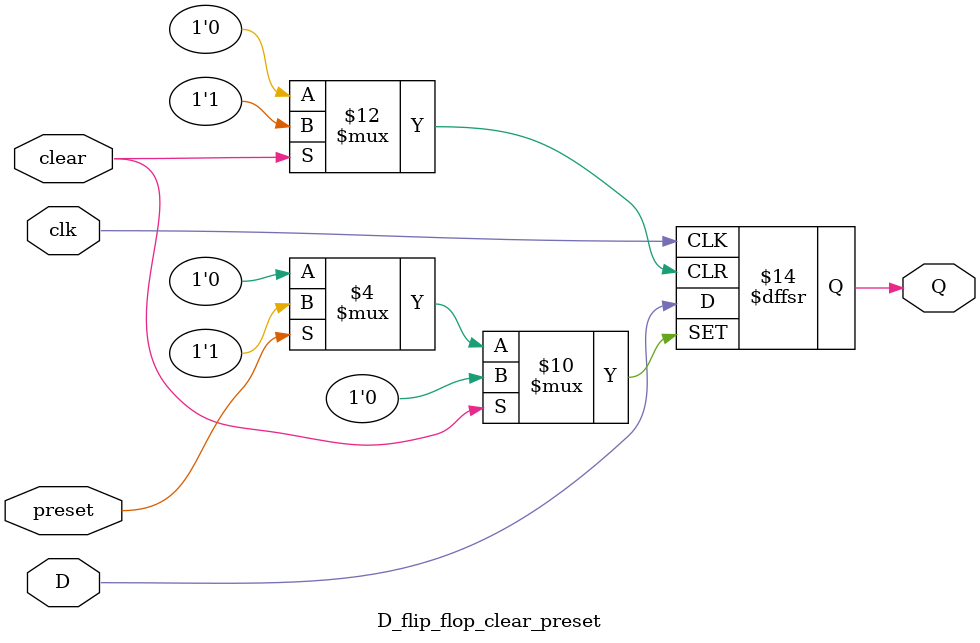
<source format=v>
`timescale 1ns / 1ps

module D_flip_flop_clear_preset (
    input  wire clk,
    input  wire clear,
    input  wire preset,
    input  wire D,
    output reg  Q
);

  always @(posedge clk or posedge clear or posedge preset) begin
    if (clear) Q <= 0;
    else if (preset) Q <= 1;
    else Q <= D;
  end

endmodule

</source>
